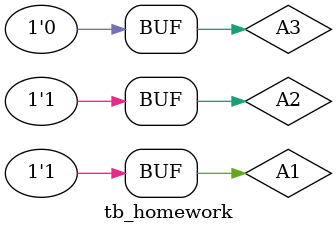
<source format=v>
`timescale 1ns / 1ps


module tb_homework;

	// Inputs
	reg A1;
	reg A2;
	reg A3;

	// Outputs
	wire Y;

	// Instantiate the Unit Under Test (UUT)
	homework uut (
		.A1(A1), 
		.A2(A2), 
		.A3(A3), 
		.Y(Y)
	);

	initial begin
		// Initialize Inputs
		A1 = 1;
		A2 = 1;
		A3 = 0;

		// Wait 100 ns for global reset to finish
		#100;
        
		// Add stimulus here

	end
      
endmodule


</source>
